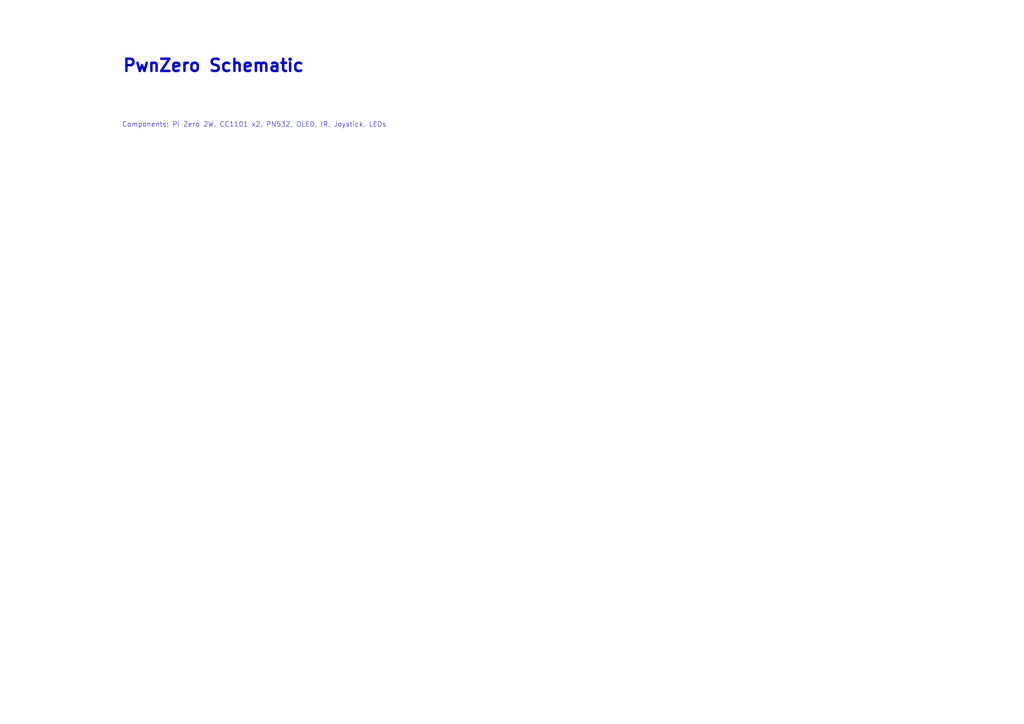
<source format=kicad_sch>
(kicad_sch (version 20211123) (generator eeschema)
  (paper "A3")
  (title_block (title "PwnZero - DIY Flipper Zero Clone") (date "2026-01-18") (rev "1.0") (company "Open Source Hardware") (comment 1 "Raspberry Pi Zero 2W Based") (comment 2 "Credit Card Size: 85.6mm x 53.98mm"))
  (lib_symbols)
  (text "PwnZero Schematic" (at 50 30 0) (effects (font (size 5 5) (thickness 1) bold) (justify left bottom)))
  (text "Components: Pi Zero 2W, CC1101 x2, PN532, OLED, IR, Joystick, LEDs" (at 50 50 0) (effects (font (size 2 2)) (justify left top)))
)
</source>
